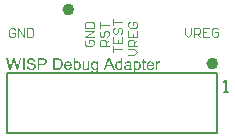
<source format=gto>
G04*
G04 #@! TF.GenerationSoftware,Altium Limited,Altium Designer,21.1.0 (24)*
G04*
G04 Layer_Color=65535*
%FSAX25Y25*%
%MOIN*%
G70*
G04*
G04 #@! TF.SameCoordinates,8DE96C33-6C33-4761-8EB5-6C28EB0E3A80*
G04*
G04*
G04 #@! TF.FilePolarity,Positive*
G04*
G01*
G75*
%ADD10C,0.02000*%
%ADD11C,0.00787*%
%ADD12C,0.00400*%
%ADD13C,0.00700*%
G36*
X-0026753Y0026802D02*
X-0026714D01*
X-0026608Y0026791D01*
X-0026492Y0026774D01*
X-0026370Y0026746D01*
X-0026237Y0026713D01*
X-0026115Y0026669D01*
X-0026109D01*
X-0026098Y0026663D01*
X-0026081Y0026652D01*
X-0026059Y0026641D01*
X-0026004Y0026613D01*
X-0025931Y0026563D01*
X-0025848Y0026507D01*
X-0025765Y0026435D01*
X-0025687Y0026352D01*
X-0025615Y0026258D01*
Y0026252D01*
X-0025609Y0026247D01*
X-0025598Y0026230D01*
X-0025587Y0026213D01*
X-0025559Y0026158D01*
X-0025526Y0026086D01*
X-0025487Y0025997D01*
X-0025460Y0025891D01*
X-0025432Y0025780D01*
X-0025421Y0025658D01*
X-0025909Y0025620D01*
Y0025625D01*
Y0025636D01*
X-0025915Y0025653D01*
X-0025920Y0025681D01*
X-0025937Y0025742D01*
X-0025959Y0025825D01*
X-0025993Y0025914D01*
X-0026042Y0026002D01*
X-0026103Y0026086D01*
X-0026181Y0026163D01*
X-0026192Y0026169D01*
X-0026220Y0026191D01*
X-0026276Y0026224D01*
X-0026348Y0026258D01*
X-0026442Y0026291D01*
X-0026553Y0026324D01*
X-0026692Y0026347D01*
X-0026847Y0026352D01*
X-0026925D01*
X-0026958Y0026347D01*
X-0027003Y0026341D01*
X-0027102Y0026330D01*
X-0027213Y0026308D01*
X-0027325Y0026280D01*
X-0027430Y0026236D01*
X-0027474Y0026208D01*
X-0027519Y0026180D01*
X-0027530Y0026175D01*
X-0027552Y0026152D01*
X-0027585Y0026114D01*
X-0027619Y0026069D01*
X-0027657Y0026008D01*
X-0027691Y0025941D01*
X-0027713Y0025864D01*
X-0027724Y0025775D01*
Y0025764D01*
Y0025742D01*
X-0027718Y0025703D01*
X-0027707Y0025658D01*
X-0027691Y0025603D01*
X-0027663Y0025547D01*
X-0027630Y0025492D01*
X-0027580Y0025436D01*
X-0027574Y0025431D01*
X-0027546Y0025414D01*
X-0027524Y0025398D01*
X-0027502Y0025386D01*
X-0027469Y0025370D01*
X-0027430Y0025348D01*
X-0027380Y0025331D01*
X-0027325Y0025309D01*
X-0027263Y0025286D01*
X-0027191Y0025259D01*
X-0027114Y0025236D01*
X-0027025Y0025209D01*
X-0026925Y0025187D01*
X-0026814Y0025159D01*
X-0026808D01*
X-0026786Y0025153D01*
X-0026753Y0025148D01*
X-0026714Y0025137D01*
X-0026664Y0025126D01*
X-0026603Y0025109D01*
X-0026542Y0025092D01*
X-0026475Y0025076D01*
X-0026331Y0025037D01*
X-0026192Y0024998D01*
X-0026126Y0024976D01*
X-0026065Y0024953D01*
X-0026009Y0024937D01*
X-0025965Y0024915D01*
X-0025959D01*
X-0025948Y0024909D01*
X-0025931Y0024898D01*
X-0025909Y0024887D01*
X-0025848Y0024854D01*
X-0025776Y0024809D01*
X-0025693Y0024748D01*
X-0025609Y0024681D01*
X-0025532Y0024604D01*
X-0025465Y0024521D01*
X-0025460Y0024509D01*
X-0025438Y0024482D01*
X-0025415Y0024432D01*
X-0025382Y0024365D01*
X-0025354Y0024287D01*
X-0025326Y0024193D01*
X-0025310Y0024088D01*
X-0025304Y0023977D01*
Y0023971D01*
Y0023966D01*
Y0023949D01*
Y0023927D01*
X-0025315Y0023866D01*
X-0025326Y0023788D01*
X-0025349Y0023699D01*
X-0025376Y0023605D01*
X-0025421Y0023505D01*
X-0025482Y0023400D01*
Y0023394D01*
X-0025487Y0023388D01*
X-0025515Y0023355D01*
X-0025554Y0023305D01*
X-0025609Y0023250D01*
X-0025682Y0023183D01*
X-0025770Y0023111D01*
X-0025870Y0023044D01*
X-0025987Y0022983D01*
X-0025993D01*
X-0026004Y0022978D01*
X-0026020Y0022972D01*
X-0026042Y0022961D01*
X-0026076Y0022950D01*
X-0026115Y0022933D01*
X-0026203Y0022911D01*
X-0026309Y0022883D01*
X-0026436Y0022856D01*
X-0026575Y0022839D01*
X-0026725Y0022833D01*
X-0026814D01*
X-0026858Y0022839D01*
X-0026908D01*
X-0026964Y0022844D01*
X-0027030Y0022850D01*
X-0027169Y0022872D01*
X-0027313Y0022895D01*
X-0027458Y0022933D01*
X-0027596Y0022983D01*
X-0027602D01*
X-0027613Y0022989D01*
X-0027630Y0023000D01*
X-0027652Y0023011D01*
X-0027718Y0023044D01*
X-0027796Y0023094D01*
X-0027885Y0023161D01*
X-0027979Y0023239D01*
X-0028068Y0023333D01*
X-0028151Y0023438D01*
Y0023444D01*
X-0028163Y0023455D01*
X-0028168Y0023472D01*
X-0028185Y0023494D01*
X-0028196Y0023522D01*
X-0028212Y0023555D01*
X-0028251Y0023638D01*
X-0028290Y0023744D01*
X-0028324Y0023860D01*
X-0028346Y0023993D01*
X-0028357Y0024132D01*
X-0027880Y0024177D01*
Y0024171D01*
Y0024165D01*
X-0027874Y0024149D01*
Y0024127D01*
X-0027863Y0024077D01*
X-0027846Y0024004D01*
X-0027824Y0023932D01*
X-0027802Y0023849D01*
X-0027763Y0023771D01*
X-0027724Y0023699D01*
X-0027718Y0023694D01*
X-0027702Y0023671D01*
X-0027674Y0023633D01*
X-0027630Y0023594D01*
X-0027574Y0023544D01*
X-0027513Y0023494D01*
X-0027430Y0023444D01*
X-0027341Y0023400D01*
X-0027336D01*
X-0027330Y0023394D01*
X-0027313Y0023388D01*
X-0027297Y0023383D01*
X-0027241Y0023366D01*
X-0027169Y0023344D01*
X-0027080Y0023322D01*
X-0026980Y0023305D01*
X-0026869Y0023294D01*
X-0026747Y0023289D01*
X-0026697D01*
X-0026642Y0023294D01*
X-0026575Y0023300D01*
X-0026498Y0023311D01*
X-0026409Y0023322D01*
X-0026320Y0023344D01*
X-0026237Y0023372D01*
X-0026226Y0023377D01*
X-0026198Y0023388D01*
X-0026159Y0023411D01*
X-0026109Y0023433D01*
X-0026059Y0023472D01*
X-0026004Y0023510D01*
X-0025948Y0023555D01*
X-0025904Y0023610D01*
X-0025898Y0023616D01*
X-0025887Y0023638D01*
X-0025870Y0023666D01*
X-0025848Y0023710D01*
X-0025826Y0023755D01*
X-0025809Y0023810D01*
X-0025798Y0023871D01*
X-0025793Y0023938D01*
Y0023943D01*
Y0023971D01*
X-0025798Y0024004D01*
X-0025804Y0024049D01*
X-0025820Y0024093D01*
X-0025837Y0024149D01*
X-0025865Y0024204D01*
X-0025904Y0024254D01*
X-0025909Y0024260D01*
X-0025926Y0024276D01*
X-0025948Y0024299D01*
X-0025987Y0024332D01*
X-0026031Y0024365D01*
X-0026092Y0024404D01*
X-0026164Y0024443D01*
X-0026248Y0024476D01*
X-0026253Y0024482D01*
X-0026281Y0024487D01*
X-0026326Y0024504D01*
X-0026353Y0024509D01*
X-0026392Y0024521D01*
X-0026431Y0024537D01*
X-0026481Y0024548D01*
X-0026536Y0024565D01*
X-0026603Y0024582D01*
X-0026669Y0024598D01*
X-0026747Y0024621D01*
X-0026836Y0024643D01*
X-0026930Y0024665D01*
X-0026936D01*
X-0026953Y0024670D01*
X-0026980Y0024676D01*
X-0027014Y0024687D01*
X-0027058Y0024698D01*
X-0027108Y0024709D01*
X-0027219Y0024743D01*
X-0027341Y0024781D01*
X-0027469Y0024820D01*
X-0027580Y0024859D01*
X-0027630Y0024881D01*
X-0027674Y0024904D01*
X-0027680D01*
X-0027685Y0024909D01*
X-0027718Y0024931D01*
X-0027768Y0024959D01*
X-0027824Y0025003D01*
X-0027891Y0025053D01*
X-0027957Y0025114D01*
X-0028024Y0025187D01*
X-0028079Y0025264D01*
X-0028085Y0025275D01*
X-0028101Y0025303D01*
X-0028124Y0025348D01*
X-0028146Y0025403D01*
X-0028168Y0025475D01*
X-0028190Y0025558D01*
X-0028207Y0025647D01*
X-0028212Y0025742D01*
Y0025747D01*
Y0025753D01*
Y0025769D01*
Y0025792D01*
X-0028201Y0025847D01*
X-0028190Y0025919D01*
X-0028174Y0026002D01*
X-0028146Y0026097D01*
X-0028107Y0026191D01*
X-0028051Y0026285D01*
Y0026291D01*
X-0028046Y0026297D01*
X-0028018Y0026330D01*
X-0027979Y0026374D01*
X-0027929Y0026430D01*
X-0027863Y0026491D01*
X-0027780Y0026557D01*
X-0027680Y0026618D01*
X-0027569Y0026674D01*
X-0027563D01*
X-0027552Y0026680D01*
X-0027535Y0026685D01*
X-0027513Y0026696D01*
X-0027485Y0026707D01*
X-0027447Y0026718D01*
X-0027363Y0026741D01*
X-0027258Y0026763D01*
X-0027136Y0026785D01*
X-0027008Y0026802D01*
X-0026864Y0026807D01*
X-0026792D01*
X-0026753Y0026802D01*
D02*
G37*
G36*
X0003534Y0022900D02*
X0003095D01*
Y0023250D01*
X0003090Y0023244D01*
X0003084Y0023233D01*
X0003067Y0023211D01*
X0003045Y0023183D01*
X0003017Y0023155D01*
X0002984Y0023122D01*
X0002945Y0023083D01*
X0002895Y0023044D01*
X0002845Y0023006D01*
X0002790Y0022967D01*
X0002723Y0022933D01*
X0002651Y0022906D01*
X0002579Y0022878D01*
X0002496Y0022856D01*
X0002407Y0022844D01*
X0002313Y0022839D01*
X0002279D01*
X0002257Y0022844D01*
X0002190Y0022850D01*
X0002113Y0022861D01*
X0002018Y0022883D01*
X0001913Y0022917D01*
X0001808Y0022961D01*
X0001702Y0023022D01*
X0001696D01*
X0001691Y0023033D01*
X0001658Y0023055D01*
X0001608Y0023100D01*
X0001547Y0023155D01*
X0001474Y0023227D01*
X0001402Y0023316D01*
X0001330Y0023416D01*
X0001269Y0023533D01*
Y0023538D01*
X0001264Y0023549D01*
X0001258Y0023566D01*
X0001247Y0023588D01*
X0001236Y0023621D01*
X0001219Y0023660D01*
X0001208Y0023699D01*
X0001197Y0023749D01*
X0001169Y0023860D01*
X0001142Y0023988D01*
X0001125Y0024132D01*
X0001119Y0024287D01*
Y0024293D01*
Y0024304D01*
Y0024326D01*
Y0024360D01*
X0001125Y0024393D01*
Y0024437D01*
X0001136Y0024537D01*
X0001153Y0024654D01*
X0001180Y0024781D01*
X0001214Y0024915D01*
X0001258Y0025042D01*
Y0025048D01*
X0001264Y0025059D01*
X0001275Y0025076D01*
X0001286Y0025098D01*
X0001319Y0025159D01*
X0001364Y0025237D01*
X0001419Y0025320D01*
X0001491Y0025403D01*
X0001574Y0025492D01*
X0001674Y0025564D01*
X0001680D01*
X0001685Y0025570D01*
X0001702Y0025581D01*
X0001724Y0025592D01*
X0001780Y0025620D01*
X0001857Y0025658D01*
X0001946Y0025692D01*
X0002052Y0025719D01*
X0002168Y0025742D01*
X0002290Y0025747D01*
X0002335D01*
X0002379Y0025742D01*
X0002440Y0025736D01*
X0002512Y0025719D01*
X0002590Y0025703D01*
X0002668Y0025675D01*
X0002740Y0025636D01*
X0002751Y0025631D01*
X0002773Y0025620D01*
X0002806Y0025592D01*
X0002851Y0025564D01*
X0002906Y0025525D01*
X0002956Y0025475D01*
X0003012Y0025425D01*
X0003062Y0025364D01*
Y0026741D01*
X0003534D01*
Y0022900D01*
D02*
G37*
G36*
X0008590Y0025742D02*
X0008628Y0025736D01*
X0008712Y0025725D01*
X0008812Y0025703D01*
X0008917Y0025670D01*
X0009023Y0025620D01*
X0009128Y0025559D01*
X0009133D01*
X0009139Y0025547D01*
X0009172Y0025525D01*
X0009222Y0025481D01*
X0009283Y0025425D01*
X0009350Y0025353D01*
X0009416Y0025264D01*
X0009483Y0025159D01*
X0009539Y0025042D01*
Y0025037D01*
X0009544Y0025026D01*
X0009550Y0025009D01*
X0009561Y0024987D01*
X0009572Y0024953D01*
X0009583Y0024915D01*
X0009611Y0024826D01*
X0009639Y0024715D01*
X0009661Y0024593D01*
X0009677Y0024454D01*
X0009683Y0024310D01*
Y0024304D01*
Y0024293D01*
Y0024271D01*
Y0024238D01*
X0009677Y0024199D01*
Y0024154D01*
X0009666Y0024054D01*
X0009644Y0023932D01*
X0009616Y0023805D01*
X0009578Y0023672D01*
X0009527Y0023538D01*
Y0023533D01*
X0009522Y0023522D01*
X0009511Y0023505D01*
X0009500Y0023483D01*
X0009461Y0023422D01*
X0009411Y0023344D01*
X0009350Y0023261D01*
X0009272Y0023178D01*
X0009183Y0023094D01*
X0009078Y0023017D01*
X0009072D01*
X0009067Y0023011D01*
X0009050Y0023000D01*
X0009028Y0022989D01*
X0008973Y0022961D01*
X0008895Y0022928D01*
X0008800Y0022895D01*
X0008701Y0022867D01*
X0008584Y0022844D01*
X0008467Y0022839D01*
X0008429D01*
X0008384Y0022844D01*
X0008329Y0022850D01*
X0008262Y0022861D01*
X0008190Y0022878D01*
X0008118Y0022900D01*
X0008046Y0022933D01*
X0008040Y0022939D01*
X0008012Y0022950D01*
X0007979Y0022972D01*
X0007935Y0023006D01*
X0007890Y0023039D01*
X0007835Y0023083D01*
X0007785Y0023133D01*
X0007740Y0023189D01*
Y0021834D01*
X0007269D01*
Y0025686D01*
X0007696D01*
Y0025320D01*
X0007702Y0025331D01*
X0007724Y0025353D01*
X0007752Y0025392D01*
X0007796Y0025436D01*
X0007846Y0025492D01*
X0007901Y0025542D01*
X0007968Y0025592D01*
X0008035Y0025636D01*
X0008046Y0025642D01*
X0008068Y0025653D01*
X0008112Y0025670D01*
X0008168Y0025692D01*
X0008234Y0025714D01*
X0008312Y0025730D01*
X0008401Y0025742D01*
X0008501Y0025747D01*
X0008562D01*
X0008590Y0025742D01*
D02*
G37*
G36*
X0015844D02*
X0015904Y0025730D01*
X0015977Y0025708D01*
X0016054Y0025681D01*
X0016143Y0025642D01*
X0016238Y0025592D01*
X0016066Y0025159D01*
X0016060Y0025164D01*
X0016038Y0025175D01*
X0016004Y0025192D01*
X0015960Y0025209D01*
X0015910Y0025225D01*
X0015849Y0025242D01*
X0015788Y0025253D01*
X0015727Y0025259D01*
X0015699D01*
X0015671Y0025253D01*
X0015633Y0025248D01*
X0015594Y0025237D01*
X0015544Y0025220D01*
X0015494Y0025198D01*
X0015449Y0025164D01*
X0015444Y0025159D01*
X0015427Y0025148D01*
X0015411Y0025126D01*
X0015383Y0025098D01*
X0015355Y0025059D01*
X0015327Y0025015D01*
X0015300Y0024965D01*
X0015277Y0024904D01*
X0015272Y0024893D01*
X0015266Y0024859D01*
X0015255Y0024809D01*
X0015238Y0024743D01*
X0015222Y0024659D01*
X0015211Y0024565D01*
X0015205Y0024465D01*
X0015200Y0024354D01*
Y0022900D01*
X0014728D01*
Y0025686D01*
X0015155D01*
Y0025264D01*
X0015161Y0025270D01*
X0015183Y0025309D01*
X0015211Y0025359D01*
X0015255Y0025420D01*
X0015300Y0025481D01*
X0015349Y0025547D01*
X0015399Y0025603D01*
X0015449Y0025647D01*
X0015455Y0025653D01*
X0015472Y0025664D01*
X0015505Y0025681D01*
X0015538Y0025697D01*
X0015583Y0025714D01*
X0015638Y0025730D01*
X0015694Y0025742D01*
X0015755Y0025747D01*
X0015793D01*
X0015844Y0025742D01*
D02*
G37*
G36*
X-0031209Y0022900D02*
X-0031709D01*
X-0032514Y0025825D01*
Y0025830D01*
X-0032519Y0025842D01*
X-0032525Y0025858D01*
X-0032530Y0025886D01*
X-0032547Y0025947D01*
X-0032564Y0026019D01*
X-0032586Y0026097D01*
X-0032608Y0026169D01*
X-0032625Y0026230D01*
X-0032630Y0026258D01*
X-0032636Y0026274D01*
Y0026269D01*
X-0032641Y0026263D01*
X-0032647Y0026230D01*
X-0032658Y0026180D01*
X-0032675Y0026119D01*
X-0032691Y0026052D01*
X-0032713Y0025975D01*
X-0032730Y0025897D01*
X-0032752Y0025825D01*
X-0033563Y0022900D01*
X-0034095D01*
X-0035100Y0026741D01*
X-0034573D01*
X-0034001Y0024221D01*
Y0024215D01*
X-0033996Y0024204D01*
X-0033990Y0024182D01*
X-0033984Y0024154D01*
X-0033979Y0024115D01*
X-0033968Y0024077D01*
X-0033957Y0024027D01*
X-0033946Y0023971D01*
X-0033918Y0023855D01*
X-0033890Y0023721D01*
X-0033862Y0023577D01*
X-0033835Y0023433D01*
Y0023438D01*
X-0033829Y0023461D01*
X-0033818Y0023488D01*
X-0033812Y0023533D01*
X-0033801Y0023577D01*
X-0033785Y0023633D01*
X-0033757Y0023755D01*
X-0033724Y0023877D01*
X-0033713Y0023938D01*
X-0033696Y0023993D01*
X-0033685Y0024043D01*
X-0033674Y0024088D01*
X-0033663Y0024121D01*
X-0033657Y0024143D01*
X-0032930Y0026741D01*
X-0032314D01*
X-0031770Y0024792D01*
Y0024787D01*
X-0031759Y0024759D01*
X-0031748Y0024720D01*
X-0031737Y0024670D01*
X-0031720Y0024604D01*
X-0031698Y0024532D01*
X-0031676Y0024448D01*
X-0031653Y0024354D01*
X-0031626Y0024249D01*
X-0031604Y0024143D01*
X-0031554Y0023916D01*
X-0031504Y0023677D01*
X-0031465Y0023433D01*
Y0023438D01*
X-0031459Y0023449D01*
Y0023472D01*
X-0031448Y0023499D01*
X-0031442Y0023533D01*
X-0031431Y0023572D01*
X-0031426Y0023621D01*
X-0031409Y0023677D01*
X-0031381Y0023799D01*
X-0031348Y0023943D01*
X-0031315Y0024099D01*
X-0031271Y0024271D01*
X-0030671Y0026741D01*
X-0030155D01*
X-0031209Y0022900D01*
D02*
G37*
G36*
X-0007500D02*
X-0007922D01*
Y0023305D01*
X-0007927Y0023300D01*
X-0007938Y0023283D01*
X-0007955Y0023261D01*
X-0007983Y0023233D01*
X-0008016Y0023200D01*
X-0008055Y0023155D01*
X-0008099Y0023117D01*
X-0008155Y0023072D01*
X-0008216Y0023028D01*
X-0008282Y0022989D01*
X-0008355Y0022950D01*
X-0008432Y0022911D01*
X-0008521Y0022883D01*
X-0008610Y0022861D01*
X-0008710Y0022844D01*
X-0008810Y0022839D01*
X-0008849D01*
X-0008898Y0022844D01*
X-0008959Y0022850D01*
X-0009032Y0022861D01*
X-0009109Y0022878D01*
X-0009187Y0022900D01*
X-0009270Y0022933D01*
X-0009281Y0022939D01*
X-0009304Y0022950D01*
X-0009342Y0022972D01*
X-0009387Y0023000D01*
X-0009442Y0023033D01*
X-0009492Y0023072D01*
X-0009542Y0023117D01*
X-0009587Y0023166D01*
X-0009592Y0023172D01*
X-0009603Y0023194D01*
X-0009620Y0023222D01*
X-0009642Y0023266D01*
X-0009670Y0023316D01*
X-0009692Y0023377D01*
X-0009714Y0023444D01*
X-0009731Y0023516D01*
Y0023522D01*
X-0009736Y0023544D01*
X-0009742Y0023577D01*
Y0023621D01*
X-0009748Y0023688D01*
X-0009753Y0023760D01*
X-0009759Y0023855D01*
Y0023960D01*
Y0025686D01*
X-0009287D01*
Y0024138D01*
Y0024132D01*
Y0024121D01*
Y0024104D01*
Y0024077D01*
Y0024015D01*
X-0009281Y0023938D01*
Y0023855D01*
X-0009276Y0023771D01*
X-0009270Y0023699D01*
X-0009259Y0023638D01*
Y0023633D01*
X-0009248Y0023610D01*
X-0009237Y0023577D01*
X-0009220Y0023533D01*
X-0009193Y0023488D01*
X-0009159Y0023438D01*
X-0009120Y0023394D01*
X-0009070Y0023349D01*
X-0009065Y0023344D01*
X-0009043Y0023333D01*
X-0009015Y0023316D01*
X-0008971Y0023300D01*
X-0008921Y0023277D01*
X-0008860Y0023261D01*
X-0008793Y0023250D01*
X-0008715Y0023244D01*
X-0008676D01*
X-0008638Y0023250D01*
X-0008588Y0023255D01*
X-0008527Y0023272D01*
X-0008460Y0023289D01*
X-0008388Y0023316D01*
X-0008316Y0023349D01*
X-0008305Y0023355D01*
X-0008282Y0023372D01*
X-0008249Y0023394D01*
X-0008210Y0023427D01*
X-0008166Y0023472D01*
X-0008122Y0023522D01*
X-0008083Y0023577D01*
X-0008049Y0023644D01*
X-0008044Y0023655D01*
X-0008038Y0023677D01*
X-0008027Y0023721D01*
X-0008010Y0023783D01*
X-0007994Y0023860D01*
X-0007983Y0023955D01*
X-0007977Y0024066D01*
X-0007972Y0024193D01*
Y0025686D01*
X-0007500D01*
Y0022900D01*
D02*
G37*
G36*
X0005582Y0025742D02*
X0005665Y0025736D01*
X0005759Y0025725D01*
X0005853Y0025708D01*
X0005948Y0025686D01*
X0006037Y0025658D01*
X0006048Y0025653D01*
X0006075Y0025642D01*
X0006114Y0025625D01*
X0006164Y0025603D01*
X0006220Y0025570D01*
X0006275Y0025536D01*
X0006325Y0025492D01*
X0006370Y0025447D01*
X0006375Y0025442D01*
X0006386Y0025425D01*
X0006403Y0025398D01*
X0006425Y0025364D01*
X0006453Y0025314D01*
X0006475Y0025264D01*
X0006497Y0025203D01*
X0006514Y0025131D01*
Y0025126D01*
X0006520Y0025109D01*
X0006525Y0025076D01*
X0006531Y0025031D01*
Y0024970D01*
X0006536Y0024898D01*
X0006542Y0024804D01*
Y0024698D01*
Y0024066D01*
Y0024060D01*
Y0024038D01*
Y0024004D01*
Y0023960D01*
Y0023910D01*
Y0023849D01*
X0006547Y0023716D01*
Y0023577D01*
X0006553Y0023438D01*
X0006558Y0023377D01*
Y0023322D01*
X0006564Y0023272D01*
X0006569Y0023233D01*
Y0023227D01*
X0006575Y0023205D01*
X0006581Y0023172D01*
X0006597Y0023128D01*
X0006608Y0023078D01*
X0006630Y0023022D01*
X0006658Y0022961D01*
X0006686Y0022900D01*
X0006192D01*
X0006186Y0022906D01*
X0006181Y0022928D01*
X0006170Y0022955D01*
X0006153Y0023000D01*
X0006137Y0023050D01*
X0006125Y0023111D01*
X0006114Y0023178D01*
X0006103Y0023250D01*
X0006098D01*
X0006092Y0023239D01*
X0006059Y0023211D01*
X0006009Y0023172D01*
X0005942Y0023122D01*
X0005859Y0023072D01*
X0005776Y0023017D01*
X0005687Y0022967D01*
X0005593Y0022928D01*
X0005582Y0022922D01*
X0005548Y0022917D01*
X0005498Y0022900D01*
X0005437Y0022883D01*
X0005359Y0022867D01*
X0005271Y0022856D01*
X0005171Y0022844D01*
X0005071Y0022839D01*
X0005026D01*
X0004993Y0022844D01*
X0004954D01*
X0004910Y0022850D01*
X0004810Y0022867D01*
X0004699Y0022895D01*
X0004577Y0022933D01*
X0004466Y0022989D01*
X0004366Y0023061D01*
X0004355Y0023072D01*
X0004327Y0023100D01*
X0004288Y0023150D01*
X0004244Y0023216D01*
X0004200Y0023300D01*
X0004161Y0023394D01*
X0004133Y0023510D01*
X0004127Y0023566D01*
X0004122Y0023633D01*
Y0023644D01*
Y0023666D01*
X0004127Y0023705D01*
X0004133Y0023755D01*
X0004144Y0023816D01*
X0004161Y0023877D01*
X0004183Y0023943D01*
X0004211Y0024004D01*
X0004216Y0024010D01*
X0004227Y0024032D01*
X0004250Y0024066D01*
X0004277Y0024104D01*
X0004310Y0024149D01*
X0004355Y0024193D01*
X0004399Y0024238D01*
X0004455Y0024276D01*
X0004460Y0024282D01*
X0004483Y0024293D01*
X0004510Y0024315D01*
X0004555Y0024338D01*
X0004605Y0024360D01*
X0004666Y0024387D01*
X0004727Y0024410D01*
X0004799Y0024432D01*
X0004804D01*
X0004827Y0024437D01*
X0004860Y0024449D01*
X0004904Y0024454D01*
X0004960Y0024465D01*
X0005032Y0024476D01*
X0005115Y0024493D01*
X0005215Y0024504D01*
X0005221D01*
X0005243Y0024509D01*
X0005271D01*
X0005310Y0024515D01*
X0005354Y0024521D01*
X0005409Y0024532D01*
X0005471Y0024537D01*
X0005537Y0024548D01*
X0005670Y0024576D01*
X0005815Y0024604D01*
X0005942Y0024637D01*
X0006003Y0024654D01*
X0006059Y0024670D01*
Y0024676D01*
Y0024687D01*
X0006064Y0024720D01*
Y0024759D01*
Y0024781D01*
Y0024793D01*
Y0024798D01*
Y0024804D01*
Y0024837D01*
X0006059Y0024893D01*
X0006048Y0024953D01*
X0006031Y0025020D01*
X0006003Y0025087D01*
X0005970Y0025148D01*
X0005926Y0025198D01*
X0005920Y0025203D01*
X0005892Y0025225D01*
X0005848Y0025248D01*
X0005792Y0025281D01*
X0005715Y0025309D01*
X0005626Y0025337D01*
X0005515Y0025353D01*
X0005387Y0025359D01*
X0005332D01*
X0005276Y0025353D01*
X0005199Y0025342D01*
X0005121Y0025331D01*
X0005038Y0025309D01*
X0004960Y0025281D01*
X0004893Y0025242D01*
X0004888Y0025237D01*
X0004866Y0025220D01*
X0004838Y0025192D01*
X0004804Y0025148D01*
X0004771Y0025092D01*
X0004732Y0025020D01*
X0004699Y0024931D01*
X0004666Y0024831D01*
X0004205Y0024893D01*
Y0024898D01*
X0004211Y0024904D01*
Y0024920D01*
X0004216Y0024942D01*
X0004233Y0024992D01*
X0004255Y0025065D01*
X0004283Y0025137D01*
X0004316Y0025214D01*
X0004360Y0025292D01*
X0004411Y0025364D01*
X0004416Y0025370D01*
X0004438Y0025392D01*
X0004471Y0025425D01*
X0004516Y0025470D01*
X0004577Y0025514D01*
X0004649Y0025559D01*
X0004732Y0025608D01*
X0004827Y0025647D01*
X0004832D01*
X0004838Y0025653D01*
X0004854Y0025658D01*
X0004877Y0025664D01*
X0004932Y0025681D01*
X0005010Y0025697D01*
X0005099Y0025714D01*
X0005210Y0025730D01*
X0005326Y0025742D01*
X0005459Y0025747D01*
X0005520D01*
X0005582Y0025742D01*
D02*
G37*
G36*
X0000947Y0022900D02*
X0000370D01*
X-0000079Y0024066D01*
X-0001689D01*
X-0002105Y0022900D01*
X-0002644D01*
X-0001178Y0026741D01*
X-0000623D01*
X0000947Y0022900D01*
D02*
G37*
G36*
X-0017956Y0026735D02*
X-0017845Y0026730D01*
X-0017734Y0026718D01*
X-0017623Y0026702D01*
X-0017529Y0026685D01*
X-0017523D01*
X-0017512Y0026680D01*
X-0017495D01*
X-0017473Y0026669D01*
X-0017412Y0026652D01*
X-0017334Y0026624D01*
X-0017246Y0026585D01*
X-0017151Y0026535D01*
X-0017057Y0026480D01*
X-0016968Y0026408D01*
X-0016963Y0026402D01*
X-0016957Y0026397D01*
X-0016940Y0026380D01*
X-0016918Y0026363D01*
X-0016863Y0026308D01*
X-0016796Y0026230D01*
X-0016724Y0026136D01*
X-0016646Y0026025D01*
X-0016574Y0025897D01*
X-0016513Y0025753D01*
Y0025747D01*
X-0016508Y0025736D01*
X-0016496Y0025714D01*
X-0016491Y0025681D01*
X-0016474Y0025642D01*
X-0016463Y0025597D01*
X-0016452Y0025547D01*
X-0016435Y0025486D01*
X-0016419Y0025425D01*
X-0016408Y0025353D01*
X-0016380Y0025198D01*
X-0016363Y0025026D01*
X-0016358Y0024837D01*
Y0024831D01*
Y0024820D01*
Y0024792D01*
Y0024765D01*
X-0016363Y0024726D01*
Y0024681D01*
X-0016369Y0024576D01*
X-0016385Y0024454D01*
X-0016402Y0024326D01*
X-0016430Y0024193D01*
X-0016463Y0024060D01*
Y0024054D01*
X-0016469Y0024043D01*
X-0016474Y0024027D01*
X-0016480Y0024004D01*
X-0016502Y0023943D01*
X-0016535Y0023866D01*
X-0016568Y0023777D01*
X-0016613Y0023688D01*
X-0016669Y0023594D01*
X-0016724Y0023505D01*
X-0016729Y0023494D01*
X-0016752Y0023466D01*
X-0016785Y0023427D01*
X-0016829Y0023377D01*
X-0016879Y0023322D01*
X-0016940Y0023266D01*
X-0017001Y0023205D01*
X-0017074Y0023155D01*
X-0017085Y0023150D01*
X-0017107Y0023133D01*
X-0017146Y0023111D01*
X-0017201Y0023083D01*
X-0017268Y0023050D01*
X-0017346Y0023022D01*
X-0017434Y0022989D01*
X-0017534Y0022961D01*
X-0017545D01*
X-0017562Y0022955D01*
X-0017579Y0022950D01*
X-0017634Y0022944D01*
X-0017712Y0022933D01*
X-0017801Y0022922D01*
X-0017906Y0022911D01*
X-0018023Y0022906D01*
X-0018150Y0022900D01*
X-0019532D01*
Y0026741D01*
X-0018056D01*
X-0017956Y0026735D01*
D02*
G37*
G36*
X-0022945D02*
X-0022851Y0026730D01*
X-0022751Y0026724D01*
X-0022657Y0026713D01*
X-0022574Y0026702D01*
X-0022562D01*
X-0022524Y0026691D01*
X-0022474Y0026680D01*
X-0022407Y0026663D01*
X-0022335Y0026635D01*
X-0022257Y0026602D01*
X-0022174Y0026563D01*
X-0022102Y0026519D01*
X-0022091Y0026513D01*
X-0022069Y0026496D01*
X-0022035Y0026463D01*
X-0021991Y0026424D01*
X-0021941Y0026374D01*
X-0021891Y0026308D01*
X-0021836Y0026236D01*
X-0021791Y0026152D01*
X-0021786Y0026141D01*
X-0021774Y0026114D01*
X-0021752Y0026063D01*
X-0021730Y0025997D01*
X-0021713Y0025919D01*
X-0021691Y0025830D01*
X-0021680Y0025730D01*
X-0021675Y0025625D01*
Y0025620D01*
Y0025603D01*
Y0025581D01*
X-0021680Y0025542D01*
X-0021686Y0025503D01*
X-0021691Y0025453D01*
X-0021702Y0025398D01*
X-0021713Y0025336D01*
X-0021752Y0025209D01*
X-0021774Y0025142D01*
X-0021808Y0025070D01*
X-0021847Y0024998D01*
X-0021885Y0024931D01*
X-0021935Y0024865D01*
X-0021991Y0024798D01*
X-0021996Y0024792D01*
X-0022008Y0024781D01*
X-0022024Y0024765D01*
X-0022052Y0024748D01*
X-0022085Y0024720D01*
X-0022130Y0024693D01*
X-0022185Y0024659D01*
X-0022246Y0024632D01*
X-0022318Y0024598D01*
X-0022402Y0024565D01*
X-0022490Y0024537D01*
X-0022596Y0024515D01*
X-0022707Y0024493D01*
X-0022829Y0024476D01*
X-0022968Y0024465D01*
X-0023112Y0024460D01*
X-0024094D01*
Y0022900D01*
X-0024605D01*
Y0026741D01*
X-0023029D01*
X-0022945Y0026735D01*
D02*
G37*
G36*
X-0029084Y0022900D02*
X-0029594D01*
Y0026741D01*
X-0029084D01*
Y0022900D01*
D02*
G37*
G36*
X0010804Y0025686D02*
X0011281D01*
Y0025320D01*
X0010804D01*
Y0023683D01*
Y0023672D01*
Y0023649D01*
Y0023616D01*
X0010810Y0023577D01*
X0010815Y0023488D01*
X0010821Y0023449D01*
X0010826Y0023422D01*
X0010832Y0023411D01*
X0010848Y0023388D01*
X0010871Y0023361D01*
X0010909Y0023333D01*
X0010921Y0023327D01*
X0010948Y0023316D01*
X0010998Y0023305D01*
X0011070Y0023300D01*
X0011126D01*
X0011154Y0023305D01*
X0011192D01*
X0011237Y0023311D01*
X0011281Y0023316D01*
X0011342Y0022900D01*
X0011331D01*
X0011309Y0022895D01*
X0011270Y0022889D01*
X0011220Y0022883D01*
X0011165Y0022872D01*
X0011104Y0022867D01*
X0010982Y0022861D01*
X0010937D01*
X0010893Y0022867D01*
X0010837Y0022872D01*
X0010771Y0022878D01*
X0010704Y0022895D01*
X0010643Y0022911D01*
X0010582Y0022939D01*
X0010576Y0022944D01*
X0010560Y0022955D01*
X0010538Y0022972D01*
X0010504Y0023000D01*
X0010477Y0023028D01*
X0010443Y0023066D01*
X0010410Y0023105D01*
X0010388Y0023155D01*
Y0023161D01*
X0010377Y0023183D01*
X0010371Y0023222D01*
X0010360Y0023277D01*
X0010349Y0023350D01*
X0010343Y0023394D01*
Y0023444D01*
X0010338Y0023505D01*
X0010332Y0023566D01*
Y0023633D01*
Y0023710D01*
Y0025320D01*
X0009983D01*
Y0025686D01*
X0010332D01*
Y0026374D01*
X0010804Y0026657D01*
Y0025686D01*
D02*
G37*
G36*
X0012980Y0025742D02*
X0013024Y0025736D01*
X0013080Y0025725D01*
X0013141Y0025714D01*
X0013213Y0025697D01*
X0013279Y0025681D01*
X0013357Y0025653D01*
X0013429Y0025625D01*
X0013507Y0025586D01*
X0013585Y0025542D01*
X0013662Y0025492D01*
X0013735Y0025431D01*
X0013801Y0025364D01*
X0013807Y0025359D01*
X0013818Y0025348D01*
X0013834Y0025325D01*
X0013857Y0025292D01*
X0013884Y0025253D01*
X0013912Y0025209D01*
X0013945Y0025153D01*
X0013979Y0025087D01*
X0014012Y0025015D01*
X0014045Y0024937D01*
X0014073Y0024848D01*
X0014101Y0024754D01*
X0014123Y0024648D01*
X0014140Y0024537D01*
X0014151Y0024421D01*
X0014156Y0024293D01*
Y0024287D01*
Y0024265D01*
Y0024227D01*
X0014151Y0024171D01*
X0012070D01*
Y0024165D01*
Y0024149D01*
X0012075Y0024127D01*
Y0024093D01*
X0012081Y0024054D01*
X0012092Y0024010D01*
X0012108Y0023910D01*
X0012142Y0023799D01*
X0012186Y0023677D01*
X0012247Y0023566D01*
X0012325Y0023466D01*
X0012330D01*
X0012336Y0023455D01*
X0012369Y0023427D01*
X0012419Y0023388D01*
X0012486Y0023350D01*
X0012574Y0023305D01*
X0012674Y0023266D01*
X0012785Y0023239D01*
X0012846Y0023233D01*
X0012913Y0023227D01*
X0012957D01*
X0013007Y0023233D01*
X0013069Y0023244D01*
X0013135Y0023261D01*
X0013213Y0023283D01*
X0013285Y0023316D01*
X0013357Y0023361D01*
X0013363Y0023366D01*
X0013390Y0023388D01*
X0013424Y0023422D01*
X0013463Y0023466D01*
X0013507Y0023527D01*
X0013557Y0023605D01*
X0013607Y0023694D01*
X0013651Y0023799D01*
X0014140Y0023738D01*
Y0023732D01*
X0014134Y0023721D01*
X0014129Y0023699D01*
X0014117Y0023666D01*
X0014101Y0023633D01*
X0014084Y0023588D01*
X0014040Y0023494D01*
X0013984Y0023388D01*
X0013906Y0023277D01*
X0013818Y0023172D01*
X0013707Y0023072D01*
X0013701D01*
X0013690Y0023061D01*
X0013673Y0023050D01*
X0013651Y0023033D01*
X0013618Y0023017D01*
X0013585Y0023000D01*
X0013540Y0022978D01*
X0013490Y0022955D01*
X0013435Y0022933D01*
X0013379Y0022911D01*
X0013240Y0022878D01*
X0013085Y0022850D01*
X0012913Y0022839D01*
X0012852D01*
X0012813Y0022844D01*
X0012763Y0022850D01*
X0012702Y0022861D01*
X0012636Y0022872D01*
X0012563Y0022883D01*
X0012408Y0022928D01*
X0012325Y0022961D01*
X0012247Y0022994D01*
X0012164Y0023039D01*
X0012086Y0023089D01*
X0012014Y0023144D01*
X0011942Y0023211D01*
X0011936Y0023216D01*
X0011925Y0023227D01*
X0011908Y0023250D01*
X0011886Y0023283D01*
X0011858Y0023322D01*
X0011831Y0023366D01*
X0011797Y0023422D01*
X0011764Y0023483D01*
X0011731Y0023555D01*
X0011698Y0023633D01*
X0011670Y0023721D01*
X0011642Y0023816D01*
X0011620Y0023916D01*
X0011603Y0024027D01*
X0011592Y0024143D01*
X0011587Y0024265D01*
Y0024271D01*
Y0024299D01*
Y0024332D01*
X0011592Y0024382D01*
X0011598Y0024443D01*
X0011603Y0024509D01*
X0011614Y0024587D01*
X0011631Y0024665D01*
X0011675Y0024843D01*
X0011703Y0024931D01*
X0011737Y0025026D01*
X0011781Y0025115D01*
X0011831Y0025198D01*
X0011886Y0025281D01*
X0011947Y0025359D01*
X0011953Y0025364D01*
X0011964Y0025375D01*
X0011986Y0025392D01*
X0012014Y0025420D01*
X0012047Y0025447D01*
X0012092Y0025481D01*
X0012142Y0025520D01*
X0012203Y0025553D01*
X0012264Y0025592D01*
X0012336Y0025625D01*
X0012414Y0025658D01*
X0012497Y0025686D01*
X0012586Y0025714D01*
X0012680Y0025730D01*
X0012780Y0025742D01*
X0012885Y0025747D01*
X0012941D01*
X0012980Y0025742D01*
D02*
G37*
G36*
X-0012273Y0025370D02*
X-0012267Y0025375D01*
X-0012262Y0025386D01*
X-0012245Y0025403D01*
X-0012217Y0025431D01*
X-0012190Y0025458D01*
X-0012156Y0025492D01*
X-0012112Y0025525D01*
X-0012067Y0025558D01*
X-0011957Y0025631D01*
X-0011829Y0025686D01*
X-0011757Y0025714D01*
X-0011679Y0025730D01*
X-0011596Y0025742D01*
X-0011513Y0025747D01*
X-0011468D01*
X-0011418Y0025742D01*
X-0011357Y0025736D01*
X-0011285Y0025719D01*
X-0011202Y0025703D01*
X-0011113Y0025675D01*
X-0011030Y0025642D01*
X-0011019Y0025636D01*
X-0010991Y0025625D01*
X-0010946Y0025597D01*
X-0010897Y0025564D01*
X-0010835Y0025525D01*
X-0010774Y0025475D01*
X-0010708Y0025414D01*
X-0010652Y0025348D01*
X-0010647Y0025342D01*
X-0010630Y0025314D01*
X-0010602Y0025275D01*
X-0010569Y0025225D01*
X-0010530Y0025159D01*
X-0010491Y0025081D01*
X-0010452Y0024992D01*
X-0010419Y0024898D01*
Y0024892D01*
X-0010414Y0024887D01*
X-0010408Y0024870D01*
X-0010402Y0024854D01*
X-0010391Y0024798D01*
X-0010375Y0024726D01*
X-0010358Y0024643D01*
X-0010341Y0024548D01*
X-0010336Y0024443D01*
X-0010330Y0024332D01*
Y0024326D01*
Y0024299D01*
Y0024265D01*
X-0010336Y0024215D01*
X-0010341Y0024154D01*
X-0010347Y0024088D01*
X-0010358Y0024010D01*
X-0010375Y0023927D01*
X-0010419Y0023749D01*
X-0010447Y0023655D01*
X-0010480Y0023566D01*
X-0010519Y0023472D01*
X-0010569Y0023388D01*
X-0010625Y0023305D01*
X-0010686Y0023227D01*
X-0010691Y0023222D01*
X-0010702Y0023211D01*
X-0010719Y0023194D01*
X-0010747Y0023166D01*
X-0010785Y0023139D01*
X-0010824Y0023105D01*
X-0010869Y0023072D01*
X-0010924Y0023033D01*
X-0010985Y0023000D01*
X-0011046Y0022961D01*
X-0011196Y0022900D01*
X-0011274Y0022872D01*
X-0011357Y0022856D01*
X-0011446Y0022844D01*
X-0011535Y0022839D01*
X-0011557D01*
X-0011585Y0022844D01*
X-0011618D01*
X-0011657Y0022850D01*
X-0011707Y0022861D01*
X-0011818Y0022889D01*
X-0011879Y0022911D01*
X-0011940Y0022939D01*
X-0012006Y0022972D01*
X-0012067Y0023011D01*
X-0012134Y0023061D01*
X-0012195Y0023117D01*
X-0012251Y0023178D01*
X-0012306Y0023250D01*
Y0022900D01*
X-0012745D01*
Y0026741D01*
X-0012273D01*
Y0025370D01*
D02*
G37*
G36*
X-0014487Y0025742D02*
X-0014443Y0025736D01*
X-0014387Y0025725D01*
X-0014326Y0025714D01*
X-0014254Y0025697D01*
X-0014188Y0025681D01*
X-0014110Y0025653D01*
X-0014038Y0025625D01*
X-0013960Y0025586D01*
X-0013882Y0025542D01*
X-0013805Y0025492D01*
X-0013733Y0025431D01*
X-0013666Y0025364D01*
X-0013660Y0025359D01*
X-0013649Y0025348D01*
X-0013633Y0025325D01*
X-0013610Y0025292D01*
X-0013583Y0025253D01*
X-0013555Y0025209D01*
X-0013522Y0025153D01*
X-0013488Y0025087D01*
X-0013455Y0025014D01*
X-0013422Y0024937D01*
X-0013394Y0024848D01*
X-0013366Y0024754D01*
X-0013344Y0024648D01*
X-0013327Y0024537D01*
X-0013316Y0024421D01*
X-0013311Y0024293D01*
Y0024287D01*
Y0024265D01*
Y0024226D01*
X-0013316Y0024171D01*
X-0015397D01*
Y0024165D01*
Y0024149D01*
X-0015392Y0024127D01*
Y0024093D01*
X-0015386Y0024054D01*
X-0015375Y0024010D01*
X-0015359Y0023910D01*
X-0015325Y0023799D01*
X-0015281Y0023677D01*
X-0015220Y0023566D01*
X-0015142Y0023466D01*
X-0015137D01*
X-0015131Y0023455D01*
X-0015098Y0023427D01*
X-0015048Y0023388D01*
X-0014981Y0023349D01*
X-0014892Y0023305D01*
X-0014793Y0023266D01*
X-0014682Y0023239D01*
X-0014620Y0023233D01*
X-0014554Y0023227D01*
X-0014510D01*
X-0014459Y0023233D01*
X-0014399Y0023244D01*
X-0014332Y0023261D01*
X-0014254Y0023283D01*
X-0014182Y0023316D01*
X-0014110Y0023361D01*
X-0014104Y0023366D01*
X-0014077Y0023388D01*
X-0014043Y0023422D01*
X-0014004Y0023466D01*
X-0013960Y0023527D01*
X-0013910Y0023605D01*
X-0013860Y0023694D01*
X-0013816Y0023799D01*
X-0013327Y0023738D01*
Y0023732D01*
X-0013333Y0023721D01*
X-0013339Y0023699D01*
X-0013350Y0023666D01*
X-0013366Y0023633D01*
X-0013383Y0023588D01*
X-0013427Y0023494D01*
X-0013483Y0023388D01*
X-0013561Y0023277D01*
X-0013649Y0023172D01*
X-0013760Y0023072D01*
X-0013766D01*
X-0013777Y0023061D01*
X-0013793Y0023050D01*
X-0013816Y0023033D01*
X-0013849Y0023017D01*
X-0013882Y0023000D01*
X-0013927Y0022978D01*
X-0013977Y0022955D01*
X-0014032Y0022933D01*
X-0014088Y0022911D01*
X-0014226Y0022878D01*
X-0014382Y0022850D01*
X-0014554Y0022839D01*
X-0014615D01*
X-0014654Y0022844D01*
X-0014704Y0022850D01*
X-0014765Y0022861D01*
X-0014831Y0022872D01*
X-0014904Y0022883D01*
X-0015059Y0022928D01*
X-0015142Y0022961D01*
X-0015220Y0022994D01*
X-0015303Y0023039D01*
X-0015381Y0023089D01*
X-0015453Y0023144D01*
X-0015525Y0023211D01*
X-0015531Y0023216D01*
X-0015542Y0023227D01*
X-0015558Y0023250D01*
X-0015581Y0023283D01*
X-0015608Y0023322D01*
X-0015636Y0023366D01*
X-0015669Y0023422D01*
X-0015703Y0023483D01*
X-0015736Y0023555D01*
X-0015769Y0023633D01*
X-0015797Y0023721D01*
X-0015825Y0023816D01*
X-0015847Y0023916D01*
X-0015864Y0024027D01*
X-0015875Y0024143D01*
X-0015880Y0024265D01*
Y0024271D01*
Y0024299D01*
Y0024332D01*
X-0015875Y0024382D01*
X-0015869Y0024443D01*
X-0015864Y0024509D01*
X-0015853Y0024587D01*
X-0015836Y0024665D01*
X-0015792Y0024843D01*
X-0015764Y0024931D01*
X-0015731Y0025026D01*
X-0015686Y0025114D01*
X-0015636Y0025198D01*
X-0015581Y0025281D01*
X-0015520Y0025359D01*
X-0015514Y0025364D01*
X-0015503Y0025375D01*
X-0015481Y0025392D01*
X-0015453Y0025420D01*
X-0015420Y0025447D01*
X-0015375Y0025481D01*
X-0015325Y0025520D01*
X-0015264Y0025553D01*
X-0015203Y0025592D01*
X-0015131Y0025625D01*
X-0015053Y0025658D01*
X-0014970Y0025686D01*
X-0014881Y0025714D01*
X-0014787Y0025730D01*
X-0014687Y0025742D01*
X-0014582Y0025747D01*
X-0014526D01*
X-0014487Y0025742D01*
D02*
G37*
G36*
X-0005657Y0025742D02*
X-0005618Y0025736D01*
X-0005568Y0025725D01*
X-0005513Y0025714D01*
X-0005452Y0025697D01*
X-0005391Y0025675D01*
X-0005324Y0025647D01*
X-0005258Y0025614D01*
X-0005186Y0025575D01*
X-0005119Y0025531D01*
X-0005052Y0025475D01*
X-0004986Y0025414D01*
X-0004925Y0025342D01*
Y0025686D01*
X-0004492D01*
Y0023277D01*
Y0023272D01*
Y0023250D01*
Y0023216D01*
Y0023172D01*
X-0004497Y0023122D01*
Y0023061D01*
X-0004503Y0022994D01*
X-0004508Y0022922D01*
X-0004525Y0022772D01*
X-0004547Y0022617D01*
X-0004564Y0022545D01*
X-0004581Y0022478D01*
X-0004603Y0022417D01*
X-0004625Y0022362D01*
Y0022356D01*
X-0004631Y0022351D01*
X-0004653Y0022317D01*
X-0004680Y0022267D01*
X-0004725Y0022206D01*
X-0004786Y0022140D01*
X-0004858Y0022068D01*
X-0004947Y0021995D01*
X-0005047Y0021934D01*
X-0005052D01*
X-0005058Y0021929D01*
X-0005074Y0021918D01*
X-0005097Y0021912D01*
X-0005125Y0021895D01*
X-0005158Y0021884D01*
X-0005241Y0021857D01*
X-0005341Y0021823D01*
X-0005463Y0021801D01*
X-0005602Y0021779D01*
X-0005752Y0021773D01*
X-0005802D01*
X-0005835Y0021779D01*
X-0005879D01*
X-0005924Y0021784D01*
X-0005979Y0021790D01*
X-0006040Y0021801D01*
X-0006168Y0021829D01*
X-0006301Y0021868D01*
X-0006434Y0021923D01*
X-0006556Y0022001D01*
X-0006562Y0022006D01*
X-0006567Y0022012D01*
X-0006606Y0022045D01*
X-0006651Y0022095D01*
X-0006706Y0022167D01*
X-0006762Y0022262D01*
X-0006812Y0022378D01*
X-0006828Y0022445D01*
X-0006839Y0022517D01*
X-0006850Y0022589D01*
Y0022672D01*
X-0006390Y0022611D01*
Y0022600D01*
X-0006384Y0022578D01*
X-0006373Y0022539D01*
X-0006362Y0022489D01*
X-0006340Y0022439D01*
X-0006312Y0022389D01*
X-0006279Y0022340D01*
X-0006234Y0022301D01*
X-0006223Y0022295D01*
X-0006201Y0022278D01*
X-0006162Y0022256D01*
X-0006107Y0022234D01*
X-0006040Y0022206D01*
X-0005957Y0022184D01*
X-0005857Y0022167D01*
X-0005752Y0022162D01*
X-0005696D01*
X-0005641Y0022167D01*
X-0005563Y0022178D01*
X-0005485Y0022195D01*
X-0005402Y0022217D01*
X-0005319Y0022251D01*
X-0005246Y0022295D01*
X-0005241Y0022301D01*
X-0005219Y0022317D01*
X-0005186Y0022351D01*
X-0005147Y0022389D01*
X-0005108Y0022445D01*
X-0005069Y0022506D01*
X-0005030Y0022578D01*
X-0005002Y0022661D01*
Y0022667D01*
X-0004997Y0022689D01*
X-0004991Y0022734D01*
X-0004986Y0022789D01*
X-0004980Y0022828D01*
Y0022872D01*
X-0004975Y0022922D01*
Y0022978D01*
Y0023039D01*
X-0004969Y0023111D01*
Y0023183D01*
Y0023266D01*
X-0004975Y0023261D01*
X-0004986Y0023250D01*
X-0005002Y0023233D01*
X-0005024Y0023211D01*
X-0005052Y0023183D01*
X-0005091Y0023150D01*
X-0005136Y0023117D01*
X-0005180Y0023083D01*
X-0005297Y0023017D01*
X-0005424Y0022955D01*
X-0005496Y0022933D01*
X-0005574Y0022917D01*
X-0005657Y0022906D01*
X-0005740Y0022900D01*
X-0005768D01*
X-0005796Y0022906D01*
X-0005835D01*
X-0005885Y0022911D01*
X-0005940Y0022922D01*
X-0006001Y0022933D01*
X-0006068Y0022950D01*
X-0006140Y0022972D01*
X-0006212Y0023000D01*
X-0006284Y0023033D01*
X-0006362Y0023072D01*
X-0006434Y0023122D01*
X-0006506Y0023178D01*
X-0006573Y0023239D01*
X-0006634Y0023311D01*
X-0006640Y0023316D01*
X-0006645Y0023327D01*
X-0006662Y0023355D01*
X-0006684Y0023383D01*
X-0006706Y0023427D01*
X-0006734Y0023472D01*
X-0006762Y0023527D01*
X-0006789Y0023594D01*
X-0006817Y0023660D01*
X-0006845Y0023738D01*
X-0006873Y0023816D01*
X-0006895Y0023905D01*
X-0006934Y0024093D01*
X-0006939Y0024199D01*
X-0006945Y0024304D01*
Y0024310D01*
Y0024321D01*
Y0024343D01*
Y0024371D01*
X-0006939Y0024410D01*
Y0024448D01*
X-0006928Y0024548D01*
X-0006911Y0024659D01*
X-0006884Y0024781D01*
X-0006850Y0024909D01*
X-0006801Y0025037D01*
Y0025042D01*
X-0006795Y0025053D01*
X-0006784Y0025070D01*
X-0006773Y0025092D01*
X-0006740Y0025153D01*
X-0006695Y0025231D01*
X-0006634Y0025314D01*
X-0006562Y0025398D01*
X-0006479Y0025486D01*
X-0006384Y0025559D01*
X-0006379D01*
X-0006373Y0025564D01*
X-0006357Y0025575D01*
X-0006334Y0025586D01*
X-0006279Y0025620D01*
X-0006201Y0025653D01*
X-0006107Y0025686D01*
X-0005996Y0025719D01*
X-0005874Y0025742D01*
X-0005740Y0025747D01*
X-0005691D01*
X-0005657Y0025742D01*
D02*
G37*
%LPC*%
G36*
X0002340Y0025359D02*
X0002313D01*
X0002290Y0025353D01*
X0002229Y0025348D01*
X0002157Y0025325D01*
X0002074Y0025298D01*
X0001985Y0025248D01*
X0001896Y0025187D01*
X0001852Y0025142D01*
X0001813Y0025098D01*
Y0025092D01*
X0001802Y0025087D01*
X0001796Y0025070D01*
X0001780Y0025048D01*
X0001763Y0025020D01*
X0001746Y0024987D01*
X0001730Y0024948D01*
X0001708Y0024904D01*
X0001685Y0024848D01*
X0001669Y0024787D01*
X0001652Y0024720D01*
X0001636Y0024648D01*
X0001624Y0024571D01*
X0001613Y0024482D01*
X0001602Y0024387D01*
Y0024287D01*
Y0024282D01*
Y0024265D01*
Y0024238D01*
X0001608Y0024199D01*
Y0024154D01*
X0001613Y0024104D01*
X0001630Y0023988D01*
X0001658Y0023860D01*
X0001696Y0023727D01*
X0001752Y0023599D01*
X0001785Y0023544D01*
X0001824Y0023488D01*
X0001830D01*
X0001835Y0023477D01*
X0001863Y0023449D01*
X0001913Y0023405D01*
X0001974Y0023361D01*
X0002052Y0023311D01*
X0002146Y0023266D01*
X0002246Y0023239D01*
X0002301Y0023233D01*
X0002357Y0023227D01*
X0002385D01*
X0002407Y0023233D01*
X0002468Y0023239D01*
X0002540Y0023261D01*
X0002623Y0023289D01*
X0002712Y0023333D01*
X0002801Y0023394D01*
X0002845Y0023433D01*
X0002884Y0023477D01*
Y0023483D01*
X0002895Y0023488D01*
X0002906Y0023505D01*
X0002918Y0023527D01*
X0002934Y0023555D01*
X0002956Y0023583D01*
X0002973Y0023627D01*
X0002995Y0023672D01*
X0003017Y0023721D01*
X0003034Y0023777D01*
X0003056Y0023844D01*
X0003073Y0023910D01*
X0003084Y0023988D01*
X0003095Y0024066D01*
X0003106Y0024154D01*
Y0024249D01*
Y0024254D01*
Y0024276D01*
Y0024304D01*
X0003101Y0024343D01*
Y0024387D01*
X0003095Y0024443D01*
X0003090Y0024504D01*
X0003078Y0024571D01*
X0003051Y0024704D01*
X0003012Y0024843D01*
X0002956Y0024976D01*
X0002923Y0025031D01*
X0002884Y0025087D01*
Y0025092D01*
X0002873Y0025098D01*
X0002845Y0025131D01*
X0002795Y0025175D01*
X0002734Y0025225D01*
X0002657Y0025275D01*
X0002562Y0025314D01*
X0002457Y0025348D01*
X0002401Y0025353D01*
X0002340Y0025359D01*
D02*
G37*
G36*
X0008456Y0025375D02*
X0008429D01*
X0008406Y0025370D01*
X0008351Y0025359D01*
X0008279Y0025342D01*
X0008196Y0025309D01*
X0008107Y0025259D01*
X0008057Y0025225D01*
X0008012Y0025187D01*
X0007968Y0025142D01*
X0007924Y0025092D01*
Y0025087D01*
X0007913Y0025081D01*
X0007901Y0025065D01*
X0007890Y0025042D01*
X0007874Y0025009D01*
X0007851Y0024976D01*
X0007829Y0024931D01*
X0007813Y0024887D01*
X0007790Y0024831D01*
X0007768Y0024770D01*
X0007752Y0024704D01*
X0007729Y0024632D01*
X0007718Y0024548D01*
X0007707Y0024465D01*
X0007696Y0024376D01*
Y0024276D01*
Y0024271D01*
Y0024254D01*
Y0024227D01*
X0007702Y0024188D01*
Y0024143D01*
X0007707Y0024093D01*
X0007724Y0023977D01*
X0007752Y0023844D01*
X0007785Y0023716D01*
X0007840Y0023588D01*
X0007874Y0023533D01*
X0007913Y0023483D01*
X0007924Y0023472D01*
X0007951Y0023444D01*
X0007996Y0023400D01*
X0008057Y0023355D01*
X0008134Y0023311D01*
X0008223Y0023266D01*
X0008323Y0023239D01*
X0008379Y0023233D01*
X0008434Y0023227D01*
X0008467D01*
X0008490Y0023233D01*
X0008545Y0023244D01*
X0008623Y0023261D01*
X0008706Y0023294D01*
X0008795Y0023338D01*
X0008884Y0023405D01*
X0008928Y0023444D01*
X0008973Y0023488D01*
Y0023494D01*
X0008984Y0023499D01*
X0008995Y0023516D01*
X0009006Y0023538D01*
X0009028Y0023566D01*
X0009045Y0023605D01*
X0009067Y0023644D01*
X0009089Y0023694D01*
X0009106Y0023744D01*
X0009128Y0023810D01*
X0009150Y0023877D01*
X0009167Y0023949D01*
X0009178Y0024032D01*
X0009189Y0024121D01*
X0009200Y0024215D01*
Y0024315D01*
Y0024321D01*
Y0024338D01*
Y0024365D01*
X0009194Y0024404D01*
Y0024449D01*
X0009189Y0024498D01*
X0009172Y0024615D01*
X0009145Y0024743D01*
X0009106Y0024870D01*
X0009050Y0024998D01*
X0009017Y0025059D01*
X0008978Y0025109D01*
Y0025115D01*
X0008967Y0025120D01*
X0008939Y0025153D01*
X0008895Y0025192D01*
X0008834Y0025242D01*
X0008756Y0025292D01*
X0008667Y0025337D01*
X0008567Y0025364D01*
X0008512Y0025370D01*
X0008456Y0025375D01*
D02*
G37*
G36*
X0006064Y0024299D02*
X0006059D01*
X0006053Y0024293D01*
X0006037Y0024287D01*
X0006014Y0024282D01*
X0005987Y0024271D01*
X0005953Y0024260D01*
X0005914Y0024249D01*
X0005870Y0024238D01*
X0005820Y0024221D01*
X0005759Y0024210D01*
X0005698Y0024193D01*
X0005626Y0024177D01*
X0005548Y0024160D01*
X0005471Y0024143D01*
X0005382Y0024132D01*
X0005287Y0024115D01*
X0005276D01*
X0005243Y0024110D01*
X0005187Y0024099D01*
X0005126Y0024088D01*
X0005060Y0024077D01*
X0004993Y0024060D01*
X0004932Y0024043D01*
X0004877Y0024021D01*
X0004871D01*
X0004854Y0024010D01*
X0004832Y0023999D01*
X0004810Y0023982D01*
X0004743Y0023938D01*
X0004688Y0023871D01*
Y0023866D01*
X0004677Y0023855D01*
X0004671Y0023832D01*
X0004660Y0023805D01*
X0004649Y0023771D01*
X0004638Y0023738D01*
X0004632Y0023694D01*
X0004627Y0023649D01*
Y0023644D01*
Y0023616D01*
X0004632Y0023583D01*
X0004643Y0023538D01*
X0004660Y0023488D01*
X0004688Y0023438D01*
X0004721Y0023383D01*
X0004766Y0023333D01*
X0004771Y0023327D01*
X0004793Y0023316D01*
X0004827Y0023294D01*
X0004871Y0023272D01*
X0004932Y0023250D01*
X0005004Y0023227D01*
X0005088Y0023216D01*
X0005187Y0023211D01*
X0005232D01*
X0005287Y0023216D01*
X0005348Y0023227D01*
X0005426Y0023239D01*
X0005504Y0023261D01*
X0005587Y0023289D01*
X0005670Y0023327D01*
X0005681Y0023333D01*
X0005704Y0023350D01*
X0005742Y0023377D01*
X0005787Y0023416D01*
X0005837Y0023461D01*
X0005892Y0023516D01*
X0005937Y0023583D01*
X0005981Y0023655D01*
X0005987Y0023660D01*
X0005992Y0023683D01*
X0006003Y0023721D01*
X0006020Y0023771D01*
X0006037Y0023838D01*
X0006048Y0023916D01*
X0006053Y0024010D01*
X0006059Y0024121D01*
X0006064Y0024299D01*
D02*
G37*
G36*
X-0000912Y0026341D02*
Y0026335D01*
X-0000917Y0026324D01*
Y0026302D01*
X-0000929Y0026280D01*
X-0000934Y0026241D01*
X-0000945Y0026202D01*
X-0000967Y0026108D01*
X-0000995Y0025997D01*
X-0001034Y0025875D01*
X-0001073Y0025742D01*
X-0001123Y0025603D01*
X-0001539Y0024482D01*
X-0000240D01*
X-0000640Y0025536D01*
Y0025542D01*
X-0000646Y0025559D01*
X-0000657Y0025586D01*
X-0000668Y0025620D01*
X-0000684Y0025658D01*
X-0000701Y0025708D01*
X-0000718Y0025764D01*
X-0000740Y0025819D01*
X-0000784Y0025947D01*
X-0000829Y0026080D01*
X-0000873Y0026213D01*
X-0000912Y0026341D01*
D02*
G37*
G36*
X-0018134Y0026285D02*
X-0019022D01*
Y0023355D01*
X-0018111D01*
X-0018073Y0023361D01*
X-0017989Y0023366D01*
X-0017895Y0023372D01*
X-0017795Y0023383D01*
X-0017695Y0023400D01*
X-0017612Y0023422D01*
X-0017601Y0023427D01*
X-0017573Y0023433D01*
X-0017534Y0023449D01*
X-0017484Y0023472D01*
X-0017429Y0023505D01*
X-0017373Y0023538D01*
X-0017318Y0023577D01*
X-0017262Y0023621D01*
X-0017257Y0023633D01*
X-0017234Y0023655D01*
X-0017201Y0023694D01*
X-0017162Y0023749D01*
X-0017118Y0023821D01*
X-0017068Y0023905D01*
X-0017024Y0023999D01*
X-0016985Y0024104D01*
Y0024110D01*
X-0016979Y0024121D01*
X-0016974Y0024138D01*
X-0016968Y0024160D01*
X-0016963Y0024188D01*
X-0016951Y0024226D01*
X-0016940Y0024265D01*
X-0016929Y0024310D01*
X-0016913Y0024421D01*
X-0016896Y0024548D01*
X-0016885Y0024693D01*
X-0016879Y0024848D01*
Y0024854D01*
Y0024876D01*
Y0024904D01*
X-0016885Y0024948D01*
Y0024998D01*
X-0016891Y0025053D01*
X-0016896Y0025120D01*
X-0016902Y0025187D01*
X-0016929Y0025336D01*
X-0016963Y0025492D01*
X-0017012Y0025636D01*
X-0017046Y0025708D01*
X-0017079Y0025769D01*
Y0025775D01*
X-0017090Y0025786D01*
X-0017101Y0025803D01*
X-0017112Y0025825D01*
X-0017157Y0025880D01*
X-0017212Y0025947D01*
X-0017285Y0026019D01*
X-0017368Y0026091D01*
X-0017462Y0026152D01*
X-0017562Y0026202D01*
X-0017573Y0026208D01*
X-0017601Y0026213D01*
X-0017651Y0026230D01*
X-0017723Y0026247D01*
X-0017812Y0026258D01*
X-0017923Y0026274D01*
X-0017989Y0026280D01*
X-0018061D01*
X-0018134Y0026285D01*
D02*
G37*
G36*
X-0022995D02*
X-0024094D01*
Y0024915D01*
X-0023062D01*
X-0023023Y0024920D01*
X-0022984D01*
X-0022940Y0024926D01*
X-0022835Y0024937D01*
X-0022718Y0024959D01*
X-0022601Y0024992D01*
X-0022496Y0025037D01*
X-0022446Y0025065D01*
X-0022407Y0025098D01*
X-0022396Y0025109D01*
X-0022374Y0025131D01*
X-0022341Y0025175D01*
X-0022302Y0025231D01*
X-0022263Y0025303D01*
X-0022230Y0025392D01*
X-0022207Y0025492D01*
X-0022196Y0025608D01*
Y0025614D01*
Y0025620D01*
Y0025647D01*
X-0022202Y0025697D01*
X-0022213Y0025753D01*
X-0022224Y0025814D01*
X-0022246Y0025886D01*
X-0022279Y0025953D01*
X-0022318Y0026019D01*
X-0022324Y0026025D01*
X-0022341Y0026047D01*
X-0022368Y0026075D01*
X-0022402Y0026114D01*
X-0022452Y0026152D01*
X-0022507Y0026186D01*
X-0022568Y0026219D01*
X-0022640Y0026247D01*
X-0022646D01*
X-0022668Y0026252D01*
X-0022701Y0026258D01*
X-0022746Y0026269D01*
X-0022812Y0026274D01*
X-0022896Y0026280D01*
X-0022995Y0026285D01*
D02*
G37*
G36*
X0012891Y0025359D02*
X0012858D01*
X0012835Y0025353D01*
X0012774Y0025348D01*
X0012702Y0025331D01*
X0012613Y0025303D01*
X0012519Y0025264D01*
X0012430Y0025209D01*
X0012341Y0025137D01*
X0012330Y0025126D01*
X0012308Y0025098D01*
X0012269Y0025048D01*
X0012230Y0024981D01*
X0012186Y0024904D01*
X0012147Y0024804D01*
X0012114Y0024687D01*
X0012097Y0024559D01*
X0013657D01*
Y0024565D01*
Y0024576D01*
X0013651Y0024593D01*
Y0024615D01*
X0013640Y0024682D01*
X0013623Y0024754D01*
X0013596Y0024843D01*
X0013568Y0024926D01*
X0013524Y0025009D01*
X0013474Y0025081D01*
Y0025087D01*
X0013463Y0025092D01*
X0013435Y0025126D01*
X0013385Y0025170D01*
X0013318Y0025220D01*
X0013235Y0025270D01*
X0013135Y0025314D01*
X0013018Y0025348D01*
X0012957Y0025353D01*
X0012891Y0025359D01*
D02*
G37*
G36*
X-0011501Y0025359D02*
X-0011585D01*
X-0011607Y0025353D01*
X-0011668Y0025342D01*
X-0011740Y0025325D01*
X-0011823Y0025292D01*
X-0011912Y0025242D01*
X-0011957Y0025214D01*
X-0012001Y0025175D01*
X-0012045Y0025137D01*
X-0012090Y0025087D01*
Y0025081D01*
X-0012101Y0025076D01*
X-0012112Y0025059D01*
X-0012123Y0025037D01*
X-0012140Y0025009D01*
X-0012162Y0024976D01*
X-0012178Y0024937D01*
X-0012201Y0024892D01*
X-0012223Y0024837D01*
X-0012240Y0024781D01*
X-0012262Y0024715D01*
X-0012278Y0024648D01*
X-0012290Y0024571D01*
X-0012301Y0024487D01*
X-0012312Y0024404D01*
Y0024310D01*
Y0024304D01*
Y0024287D01*
Y0024260D01*
Y0024226D01*
X-0012306Y0024188D01*
Y0024138D01*
X-0012295Y0024032D01*
X-0012278Y0023916D01*
X-0012256Y0023794D01*
X-0012223Y0023683D01*
X-0012201Y0023633D01*
X-0012178Y0023588D01*
Y0023583D01*
X-0012167Y0023572D01*
X-0012156Y0023555D01*
X-0012140Y0023533D01*
X-0012090Y0023472D01*
X-0012017Y0023411D01*
X-0011934Y0023344D01*
X-0011829Y0023283D01*
X-0011773Y0023261D01*
X-0011707Y0023244D01*
X-0011646Y0023233D01*
X-0011574Y0023227D01*
X-0011546D01*
X-0011524Y0023233D01*
X-0011463Y0023244D01*
X-0011390Y0023261D01*
X-0011307Y0023294D01*
X-0011218Y0023338D01*
X-0011130Y0023405D01*
X-0011085Y0023449D01*
X-0011041Y0023494D01*
Y0023499D01*
X-0011030Y0023505D01*
X-0011019Y0023522D01*
X-0011007Y0023544D01*
X-0010985Y0023572D01*
X-0010969Y0023605D01*
X-0010946Y0023649D01*
X-0010924Y0023694D01*
X-0010908Y0023749D01*
X-0010885Y0023805D01*
X-0010863Y0023871D01*
X-0010847Y0023943D01*
X-0010835Y0024021D01*
X-0010824Y0024104D01*
X-0010813Y0024199D01*
Y0024293D01*
Y0024299D01*
Y0024315D01*
Y0024343D01*
X-0010819Y0024382D01*
Y0024426D01*
X-0010824Y0024482D01*
X-0010841Y0024598D01*
X-0010863Y0024726D01*
X-0010902Y0024865D01*
X-0010958Y0024987D01*
X-0010991Y0025048D01*
X-0011030Y0025098D01*
Y0025103D01*
X-0011041Y0025109D01*
X-0011068Y0025137D01*
X-0011113Y0025181D01*
X-0011174Y0025231D01*
X-0011252Y0025275D01*
X-0011340Y0025320D01*
X-0011446Y0025348D01*
X-0011501Y0025359D01*
D02*
G37*
G36*
X-0014576D02*
X-0014609D01*
X-0014632Y0025353D01*
X-0014693Y0025348D01*
X-0014765Y0025331D01*
X-0014854Y0025303D01*
X-0014948Y0025264D01*
X-0015037Y0025209D01*
X-0015126Y0025137D01*
X-0015137Y0025126D01*
X-0015159Y0025098D01*
X-0015198Y0025048D01*
X-0015236Y0024981D01*
X-0015281Y0024904D01*
X-0015320Y0024804D01*
X-0015353Y0024687D01*
X-0015370Y0024559D01*
X-0013810D01*
Y0024565D01*
Y0024576D01*
X-0013816Y0024593D01*
Y0024615D01*
X-0013827Y0024681D01*
X-0013844Y0024754D01*
X-0013871Y0024843D01*
X-0013899Y0024926D01*
X-0013943Y0025009D01*
X-0013993Y0025081D01*
Y0025087D01*
X-0014004Y0025092D01*
X-0014032Y0025126D01*
X-0014082Y0025170D01*
X-0014149Y0025220D01*
X-0014232Y0025270D01*
X-0014332Y0025314D01*
X-0014448Y0025348D01*
X-0014510Y0025353D01*
X-0014576Y0025359D01*
D02*
G37*
G36*
X-0005646Y0025359D02*
X-0005735D01*
X-0005757Y0025353D01*
X-0005818Y0025348D01*
X-0005890Y0025325D01*
X-0005979Y0025298D01*
X-0006068Y0025248D01*
X-0006157Y0025187D01*
X-0006201Y0025142D01*
X-0006246Y0025098D01*
Y0025092D01*
X-0006257Y0025087D01*
X-0006268Y0025070D01*
X-0006279Y0025048D01*
X-0006295Y0025026D01*
X-0006312Y0024992D01*
X-0006334Y0024953D01*
X-0006351Y0024909D01*
X-0006373Y0024859D01*
X-0006395Y0024798D01*
X-0006412Y0024737D01*
X-0006429Y0024670D01*
X-0006440Y0024593D01*
X-0006451Y0024515D01*
X-0006462Y0024432D01*
Y0024338D01*
Y0024332D01*
Y0024315D01*
Y0024287D01*
X-0006456Y0024249D01*
Y0024204D01*
X-0006451Y0024149D01*
X-0006434Y0024032D01*
X-0006407Y0023899D01*
X-0006373Y0023771D01*
X-0006318Y0023644D01*
X-0006284Y0023588D01*
X-0006246Y0023538D01*
X-0006234Y0023527D01*
X-0006207Y0023499D01*
X-0006162Y0023461D01*
X-0006096Y0023416D01*
X-0006018Y0023366D01*
X-0005924Y0023327D01*
X-0005818Y0023300D01*
X-0005763Y0023294D01*
X-0005702Y0023289D01*
X-0005668D01*
X-0005646Y0023294D01*
X-0005585Y0023300D01*
X-0005507Y0023322D01*
X-0005424Y0023350D01*
X-0005330Y0023394D01*
X-0005241Y0023455D01*
X-0005197Y0023494D01*
X-0005152Y0023538D01*
Y0023544D01*
X-0005141Y0023549D01*
X-0005130Y0023566D01*
X-0005119Y0023588D01*
X-0005102Y0023610D01*
X-0005080Y0023644D01*
X-0005063Y0023683D01*
X-0005041Y0023732D01*
X-0005019Y0023783D01*
X-0005002Y0023838D01*
X-0004980Y0023905D01*
X-0004964Y0023977D01*
X-0004952Y0024049D01*
X-0004941Y0024132D01*
X-0004930Y0024227D01*
Y0024321D01*
Y0024326D01*
Y0024343D01*
Y0024371D01*
X-0004936Y0024404D01*
Y0024449D01*
X-0004941Y0024498D01*
X-0004958Y0024609D01*
X-0004986Y0024737D01*
X-0005024Y0024865D01*
X-0005080Y0024992D01*
X-0005119Y0025048D01*
X-0005158Y0025098D01*
Y0025103D01*
X-0005169Y0025109D01*
X-0005197Y0025137D01*
X-0005246Y0025181D01*
X-0005313Y0025231D01*
X-0005391Y0025275D01*
X-0005485Y0025320D01*
X-0005591Y0025348D01*
X-0005646Y0025359D01*
D02*
G37*
%LPD*%
D10*
X0034500Y0025000D02*
G03*
X0034500Y0025000I-0001000J0000000D01*
G01*
X-0013500Y0043000D02*
G03*
X-0013500Y0043000I-0001000J0000000D01*
G01*
D11*
X-0035000Y0002000D02*
Y0022000D01*
X0035000Y0002000D02*
Y0022000D01*
X-0035000Y0002000D02*
X0035000D01*
X-0035000Y0022000D02*
X0035000D01*
D12*
X0024500Y0036999D02*
Y0035000D01*
X0025500Y0034000D01*
X0026499Y0035000D01*
Y0036999D01*
X0027499Y0034000D02*
Y0036999D01*
X0028999D01*
X0029498Y0036499D01*
Y0035500D01*
X0028999Y0035000D01*
X0027499D01*
X0028499D02*
X0029498Y0034000D01*
X0032497Y0036999D02*
X0030498D01*
Y0034000D01*
X0032497D01*
X0030498Y0035500D02*
X0031498D01*
X0035496Y0036499D02*
X0034997Y0036999D01*
X0033997D01*
X0033497Y0036499D01*
Y0034500D01*
X0033997Y0034000D01*
X0034997D01*
X0035496Y0034500D01*
Y0035500D01*
X0034497D01*
X-0032201Y0036199D02*
X-0032700Y0036699D01*
X-0033700D01*
X-0034200Y0036199D01*
Y0034200D01*
X-0033700Y0033700D01*
X-0032700D01*
X-0032201Y0034200D01*
Y0035199D01*
X-0033200D01*
X-0031201Y0033700D02*
Y0036699D01*
X-0029202Y0033700D01*
Y0036699D01*
X-0028202D02*
Y0033700D01*
X-0026702D01*
X-0026203Y0034200D01*
Y0036199D01*
X-0026702Y0036699D01*
X-0028202D01*
X-0008499Y0032999D02*
X-0008999Y0032500D01*
Y0031500D01*
X-0008499Y0031000D01*
X-0006500D01*
X-0006000Y0031500D01*
Y0032500D01*
X-0006500Y0032999D01*
X-0007500D01*
Y0032000D01*
X-0006000Y0033999D02*
X-0008999D01*
X-0006000Y0035998D01*
X-0008999D01*
Y0036998D02*
X-0006000D01*
Y0038498D01*
X-0006500Y0038997D01*
X-0008499D01*
X-0008999Y0038498D01*
Y0036998D01*
X0000501Y0029000D02*
Y0030999D01*
Y0030000D01*
X0003500D01*
X0000501Y0033998D02*
Y0031999D01*
X0003500D01*
Y0033998D01*
X0002001Y0031999D02*
Y0032999D01*
X0001001Y0036997D02*
X0000501Y0036498D01*
Y0035498D01*
X0001001Y0034998D01*
X0001501D01*
X0002001Y0035498D01*
Y0036498D01*
X0002500Y0036997D01*
X0003000D01*
X0003500Y0036498D01*
Y0035498D01*
X0003000Y0034998D01*
X0000501Y0037997D02*
Y0039996D01*
Y0038997D01*
X0003500D01*
X-0001000Y0031000D02*
X-0003999D01*
Y0032500D01*
X-0003499Y0032999D01*
X-0002499D01*
X-0002000Y0032500D01*
Y0031000D01*
Y0032000D02*
X-0001000Y0032999D01*
X-0003499Y0035998D02*
X-0003999Y0035499D01*
Y0034499D01*
X-0003499Y0033999D01*
X-0002999D01*
X-0002499Y0034499D01*
Y0035499D01*
X-0002000Y0035998D01*
X-0001500D01*
X-0001000Y0035499D01*
Y0034499D01*
X-0001500Y0033999D01*
X-0003999Y0036998D02*
Y0038997D01*
Y0037998D01*
X-0001000D01*
X0005501Y0028000D02*
X0007500D01*
X0008500Y0029000D01*
X0007500Y0029999D01*
X0005501D01*
X0008500Y0030999D02*
X0005501D01*
Y0032499D01*
X0006001Y0032998D01*
X0007000D01*
X0007500Y0032499D01*
Y0030999D01*
Y0031999D02*
X0008500Y0032998D01*
X0005501Y0035997D02*
Y0033998D01*
X0008500D01*
Y0035997D01*
X0007000Y0033998D02*
Y0034998D01*
X0006001Y0038996D02*
X0005501Y0038497D01*
Y0037497D01*
X0006001Y0036997D01*
X0008000D01*
X0008500Y0037497D01*
Y0038497D01*
X0008000Y0038996D01*
X0007000D01*
Y0037997D01*
D13*
X0037500Y0015500D02*
X0038833D01*
X0038166D01*
Y0019499D01*
X0037500Y0018832D01*
M02*

</source>
